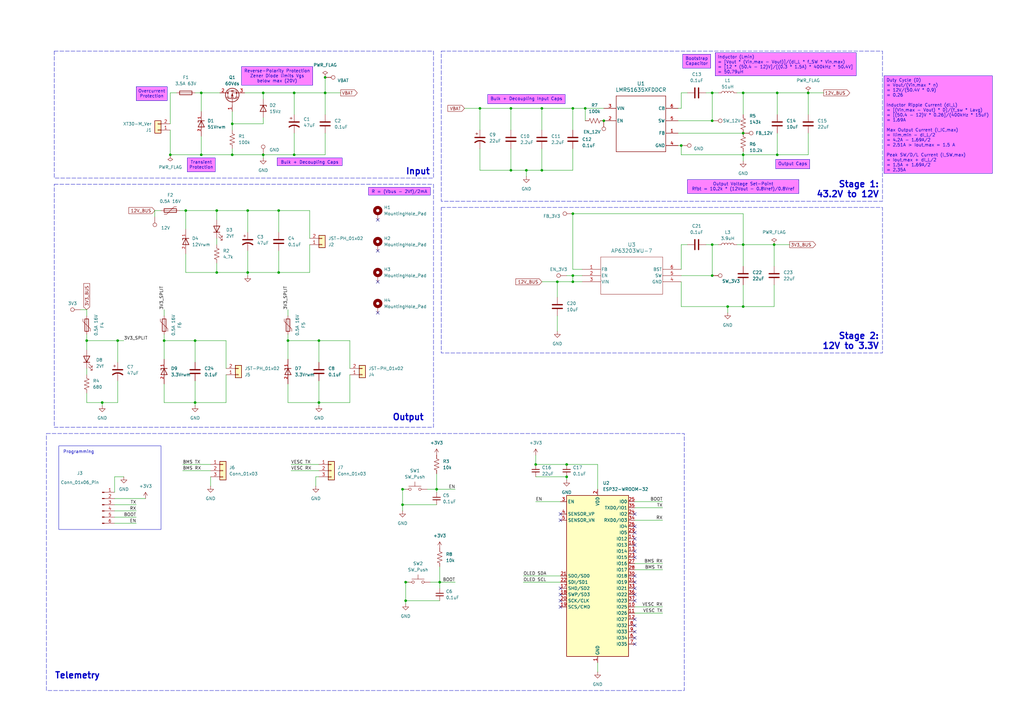
<source format=kicad_sch>
(kicad_sch (version 20250114) (generator "eeschema") (generator_version "9.0")
  (paper "A3")
  (title_block (title "Power Distribution Board - F25 Skateboard") (date "2025-10-05") (rev "v1") (company "Electrium Mobility") (comment 1 "Author: Leopoldo Mendoza"))
  (rectangle (start 180.975 85.09) (end 361.95 144.78) (stroke (width 0) (type dash)))
  (rectangle (start 180.975 20.955) (end 361.95 82.55) (stroke (width 0) (type dash)))
  (rectangle (start 24.13 182.88) (end 66.04 217.17))
  (rectangle (start 22.225 20.955) (end 177.8 73.025) (stroke (width 0) (type dash)))
  (rectangle (start 19.05 177.8) (end 280.67 283.21) (stroke (width 0) (type dash)))
  (rectangle (start 22.225 75.565) (end 177.8 175.26) (stroke (width 0) (type dash)))
  (text "Stage 2:\n12V to 3.3V" (at 360.68 143.51 0) (effects (font (size 2.54 2.54) (thickness 0.508) (bold yes)) (justify right bottom)))
  (text "Programming" (at 32.258 185.42 0) (effects (font (size 1.27 1.27))))
  (text "Stage 1:\n43.2V to 12V" (at 360.68 81.28 0) (effects (font (size 2.54 2.54) (thickness 0.508) (bold yes)) (justify right bottom)))
  (text "Output" (at 173.99 172.72 0) (effects (font (size 2.54 2.54) (thickness 0.508) (bold yes)) (justify right bottom)))
  (text "Input" (at 176.53 71.882 0) (effects (font (size 2.54 2.54) (thickness 0.508) (bold yes)) (justify right bottom)))
  (text "Telemetry" (at 41.148 278.638 0) (effects (font (size 2.54 2.54) (thickness 0.508) (bold yes)) (justify right bottom)))
  (text_box "Transient Protection" (at 76.835 64.77 0) (size 11.43 5.715) (margins 0.9525 0.9525 0.9525 0.9525) (fill (type color) (color 255 130 255 1)) (effects (font (size 1.27 1.27)) (justify top)))
  (text_box "Bootstrap Capacitor" (at 280.035 22.225 0) (size 11.43 5.715) (margins 0.9525 0.9525 0.9525 0.9525) (fill (type color) (color 255 130 255 1)) (effects (font (size 1.27 1.27)) (justify top)))
  (text_box "Output Caps" (at 318.135 65.405 0) (size 13.97 3.81) (margins 0.9525 0.9525 0.9525 0.9525) (fill (type color) (color 255 130 255 1)) (effects (font (size 1.27 1.27)) (justify top)))
  (text_box "Duty Cycle (D)\n= Vout/(Vin,max * n) \n= 12V/(50.4V * 0.9) \n= 0.26\n\nInductor Ripple Current (dI_L)\n= [(Vin,max - Vout) * D]/(f_sw * Lavg) \n= [(50.4 - 12)V * 0.26]/(400kHz * 15uF)   \n= 1.69A\n\nMax Output Current (I_IC,max)\n= Ilim,min - dI_L/2 \n= 4.2A - 1.69A/2 \n= 2.51A > Iout,max = 1.5 A\n\nPeak SW/D/L Current (I_SW,max)\n= Iout,max + dI_L/2 \n= 1.5A + 1.69A/2 \n= 2.35A" (at 362.585 31.115 0) (size 44.45 40.005) (margins 0.9525 0.9525 0.9525 0.9525) (fill (type color) (color 255 130 255 1)) (effects (font (size 1.27 1.27)) (justify left top)))
  (text_box "Bulk + Decoupling Caps" (at 113.665 64.77 0) (size 26.67 3.175) (margins 0.9525 0.9525 0.9525 0.9525) (fill (type color) (color 255 130 255 1)) (effects (font (size 1.27 1.27)) (justify top)))
  (text_box "Inductor (Lmin)\n= [Vout * (Vin,max - Vout)]/(dI_L * f_SW * Vin,max)\n= [12 * (50.4 - 12)V]/[(0.3 * 1.5A) * 400kHz * 50.4V]\n= 50.79uH" (at 293.37 21.59 0) (size 57.785 9.525) (margins 0.9525 0.9525 0.9525 0.9525) (fill (type color) (color 255 130 255 1)) (effects (font (size 1.27 1.27)) (justify left top)))
  (text_box "Bulk + Decoupling Input Caps" (at 200.025 38.735 0) (size 31.75 3.81) (margins 0.9525 0.9525 0.9525 0.9525) (fill (type color) (color 255 130 255 1)) (effects (font (size 1.27 1.27)) (justify top)))
  (text_box "Output Voltage Set-Point\nRfbt = 10.2k * (12Vout - 0.8Vref)/0.8Vref" (at 281.94 73.66 0) (size 45.72 5.715) (margins 0.9525 0.9525 0.9525 0.9525) (fill (type color) (color 255 130 255 1)) (effects (font (size 1.27 1.27)) (justify top)))
  (text_box "R = (Vbus - 2Vf)/2mA" (at 151.13 76.835 0) (size 25.4 3.175) (margins 0.9525 0.9525 0.9525 0.9525) (fill (type color) (color 255 130 255 1)) (effects (font (size 1.27 1.27)) (justify top)))
  (text_box "Overcurrent\nProtection" (at 55.88 35.56 0) (size 12.7 5.715) (margins 0.9525 0.9525 0.9525 0.9525) (fill (type color) (color 255 130 255 1)) (effects (font (size 1.27 1.27)) (justify top)))
  (text_box "Reverse-Polarity Protection\nZener Diode limits Vgs below max (20V)" (at 99.06 27.305 0) (size 29.21 7.62) (margins 0.9525 0.9525 0.9525 0.9525) (fill (type color) (color 255 130 255 1)) (effects (font (size 1.27 1.27)) (justify top)))
  (junction (at 95.25 63.5))
  (junction (at 209.55 69.85))
  (junction (at 114.3 111.76))
  (junction (at 292.1 38.1))
  (junction (at 35.56 139.7))
  (junction (at 234.95 113.03))
  (junction (at 88.9 86.36))
  (junction (at 80.01 139.7))
  (junction (at 232.41 195.58))
  (junction (at 130.81 139.7))
  (junction (at 196.85 44.45))
  (junction (at 88.9 111.76))
  (junction (at 222.25 69.85))
  (junction (at 240.03 44.45))
  (junction (at 304.8 125.73))
  (junction (at 234.95 44.45))
  (junction (at 232.41 190.5))
  (junction (at 228.6 115.57))
  (junction (at 165.1 200.66))
  (junction (at 120.65 38.1))
  (junction (at 67.31 139.7))
  (junction (at 133.35 38.1))
  (junction (at 215.9 69.85))
  (junction (at 292.1 113.03))
  (junction (at 318.77 63.5))
  (junction (at 165.1 207.01))
  (junction (at 222.25 44.45))
  (junction (at 298.45 125.73))
  (junction (at 41.91 165.1))
  (junction (at 304.8 54.61))
  (junction (at 209.55 44.45))
  (junction (at 219.71 190.5))
  (junction (at 107.95 38.1))
  (junction (at 304.8 100.33))
  (junction (at 101.6 86.36))
  (junction (at 82.55 38.1))
  (junction (at 179.07 200.66))
  (junction (at 118.11 139.7))
  (junction (at 95.25 50.8))
  (junction (at 69.85 63.5))
  (junction (at 120.65 63.5))
  (junction (at 331.47 38.1))
  (junction (at 234.95 115.57))
  (junction (at 107.95 63.5))
  (junction (at 304.8 63.5))
  (junction (at 234.95 87.63))
  (junction (at 279.4 59.69))
  (junction (at 318.77 38.1))
  (junction (at 292.1 49.53))
  (junction (at 166.37 246.38))
  (junction (at 133.35 31.75))
  (junction (at 317.5 100.33))
  (junction (at 114.3 86.36))
  (junction (at 130.81 165.1))
  (junction (at 304.8 38.1))
  (junction (at 80.01 165.1))
  (junction (at 166.37 238.76))
  (junction (at 180.34 238.76))
  (junction (at 247.65 49.53))
  (junction (at 76.2 86.36))
  (junction (at 48.26 139.7))
  (junction (at 82.55 63.5))
  (junction (at 292.1 100.33))
  (junction (at 101.6 111.76))
  (no_connect (at 229.87 213.36))
  (no_connect (at 260.35 238.76))
  (no_connect (at 260.35 254))
  (no_connect (at 260.35 241.3))
  (no_connect (at 260.35 223.52))
  (no_connect (at 229.87 210.82))
  (no_connect (at 260.35 264.16))
  (no_connect (at 260.35 220.98))
  (no_connect (at 260.35 236.22))
  (no_connect (at 154.94 115.57))
  (no_connect (at 260.35 259.08))
  (no_connect (at 260.35 256.54))
  (no_connect (at 154.94 102.87))
  (no_connect (at 229.87 241.3))
  (no_connect (at 229.87 248.92))
  (no_connect (at 154.94 90.17))
  (no_connect (at 229.87 246.38))
  (no_connect (at 260.35 243.84))
  (no_connect (at 154.94 128.27))
  (no_connect (at 229.87 243.84))
  (no_connect (at 260.35 210.82))
  (no_connect (at 260.35 228.6))
  (no_connect (at 260.35 261.62))
  (no_connect (at 260.35 246.38))
  (no_connect (at 260.35 226.06))
  (no_connect (at 260.35 218.44))
  (no_connect (at 260.35 215.9))
  (wire (pts (xy 35.56 127) (xy 33.02 127)))
  (wire (pts (xy 234.95 87.63) (xy 304.8 87.63)))
  (wire (pts (xy 234.95 115.57) (xy 238.76 115.57)))
  (wire (pts (xy 67.31 147.32) (xy 67.31 139.7)))
  (wire (pts (xy 302.26 38.1) (xy 304.8 38.1)))
  (wire (pts (xy 180.34 238.76) (xy 176.53 238.76)))
  (wire (pts (xy 72.39 38.1) (xy 69.85 38.1)))
  (wire (pts (xy 279.4 59.69) (xy 279.4 63.5)))
  (wire (pts (xy 292.1 38.1) (xy 292.1 49.53)))
  (wire (pts (xy 232.41 190.5) (xy 245.11 190.5)))
  (wire (pts (xy 82.55 55.88) (xy 82.55 63.5)))
  (wire (pts (xy 279.4 110.49) (xy 279.4 100.33)))
  (wire (pts (xy 80.01 165.1) (xy 92.71 165.1)))
  (wire (pts (xy 67.31 165.1) (xy 80.01 165.1)))
  (wire (pts (xy 234.95 110.49) (xy 234.95 87.63)))
  (wire (pts (xy 317.5 109.22) (xy 317.5 100.33)))
  (wire (pts (xy 46.99 212.09) (xy 55.88 212.09)))
  (wire (pts (xy 304.8 38.1) (xy 318.77 38.1)))
  (wire (pts (xy 180.34 232.41) (xy 180.34 238.76)))
  (wire (pts (xy 74.93 193.04) (xy 86.36 193.04)))
  (wire (pts (xy 88.9 97.79) (xy 88.9 100.33)))
  (wire (pts (xy 215.9 69.85) (xy 222.25 69.85)))
  (wire (pts (xy 130.81 156.21) (xy 130.81 165.1)))
  (wire (pts (xy 76.2 86.36) (xy 88.9 86.36)))
  (wire (pts (xy 76.2 104.14) (xy 76.2 111.76)))
  (wire (pts (xy 260.35 231.14) (xy 271.78 231.14)))
  (wire (pts (xy 119.38 193.04) (xy 130.81 193.04)))
  (wire (pts (xy 196.85 60.96) (xy 196.85 69.85)))
  (wire (pts (xy 107.95 38.1) (xy 107.95 40.64)))
  (wire (pts (xy 228.6 121.92) (xy 228.6 115.57)))
  (wire (pts (xy 260.35 248.92) (xy 271.78 248.92)))
  (wire (pts (xy 166.37 238.76) (xy 166.37 246.38)))
  (wire (pts (xy 130.81 165.1) (xy 130.81 166.37)))
  (wire (pts (xy 304.8 109.22) (xy 304.8 100.33)))
  (wire (pts (xy 318.77 54.61) (xy 318.77 63.5)))
  (wire (pts (xy 331.47 38.1) (xy 337.82 38.1)))
  (wire (pts (xy 240.03 44.45) (xy 247.65 44.45)))
  (wire (pts (xy 118.11 137.16) (xy 118.11 139.7)))
  (wire (pts (xy 73.66 86.36) (xy 76.2 86.36)))
  (wire (pts (xy 234.95 44.45) (xy 222.25 44.45)))
  (wire (pts (xy 165.1 200.66) (xy 166.37 200.66)))
  (wire (pts (xy 331.47 38.1) (xy 331.47 46.99)))
  (wire (pts (xy 80.01 38.1) (xy 82.55 38.1)))
  (wire (pts (xy 304.8 63.5) (xy 304.8 62.23)))
  (wire (pts (xy 292.1 49.53) (xy 278.13 49.53)))
  (wire (pts (xy 234.95 113.03) (xy 234.95 115.57)))
  (wire (pts (xy 80.01 165.1) (xy 80.01 166.37)))
  (wire (pts (xy 279.4 44.45) (xy 278.13 44.45)))
  (wire (pts (xy 80.01 139.7) (xy 92.71 139.7)))
  (wire (pts (xy 129.54 199.39) (xy 129.54 195.58)))
  (wire (pts (xy 222.25 60.96) (xy 222.25 69.85)))
  (wire (pts (xy 46.99 195.58) (xy 50.8 195.58)))
  (wire (pts (xy 219.71 186.69) (xy 219.71 190.5)))
  (wire (pts (xy 279.4 63.5) (xy 304.8 63.5)))
  (wire (pts (xy 41.91 165.1) (xy 41.91 166.37)))
  (wire (pts (xy 67.31 137.16) (xy 67.31 139.7)))
  (wire (pts (xy 196.85 44.45) (xy 196.85 53.34)))
  (wire (pts (xy 35.56 161.29) (xy 35.56 165.1)))
  (wire (pts (xy 127 100.33) (xy 127 111.76)))
  (wire (pts (xy 127 97.79) (xy 127 86.36)))
  (wire (pts (xy 82.55 38.1) (xy 90.17 38.1)))
  (wire (pts (xy 292.1 100.33) (xy 292.1 113.03)))
  (wire (pts (xy 119.38 190.5) (xy 130.81 190.5)))
  (wire (pts (xy 304.8 116.84) (xy 304.8 125.73)))
  (wire (pts (xy 114.3 86.36) (xy 114.3 95.25)))
  (wire (pts (xy 175.26 200.66) (xy 179.07 200.66)))
  (wire (pts (xy 35.56 139.7) (xy 35.56 143.51)))
  (wire (pts (xy 88.9 111.76) (xy 101.6 111.76)))
  (wire (pts (xy 215.9 69.85) (xy 215.9 72.39)))
  (wire (pts (xy 101.6 86.36) (xy 88.9 86.36)))
  (wire (pts (xy 278.13 59.69) (xy 279.4 59.69)))
  (wire (pts (xy 180.34 238.76) (xy 180.34 241.3)))
  (wire (pts (xy 317.5 125.73) (xy 317.5 116.84)))
  (wire (pts (xy 292.1 113.03) (xy 279.4 113.03)))
  (wire (pts (xy 234.95 69.85) (xy 234.95 60.96)))
  (wire (pts (xy 260.35 251.46) (xy 271.78 251.46)))
  (wire (pts (xy 245.11 190.5) (xy 245.11 200.66)))
  (wire (pts (xy 234.95 44.45) (xy 240.03 44.45)))
  (wire (pts (xy 92.71 153.67) (xy 92.71 165.1)))
  (wire (pts (xy 114.3 102.87) (xy 114.3 111.76)))
  (wire (pts (xy 46.99 209.55) (xy 55.88 209.55)))
  (wire (pts (xy 101.6 111.76) (xy 114.3 111.76)))
  (wire (pts (xy 302.26 100.33) (xy 304.8 100.33)))
  (wire (pts (xy 304.8 63.5) (xy 304.8 66.04)))
  (wire (pts (xy 133.35 54.61) (xy 133.35 63.5)))
  (wire (pts (xy 92.71 151.13) (xy 92.71 139.7)))
  (wire (pts (xy 179.07 200.66) (xy 186.69 200.66)))
  (wire (pts (xy 133.35 38.1) (xy 139.7 38.1)))
  (wire (pts (xy 232.41 113.03) (xy 234.95 113.03)))
  (wire (pts (xy 292.1 38.1) (xy 294.64 38.1)))
  (wire (pts (xy 63.5 86.36) (xy 66.04 86.36)))
  (wire (pts (xy 127 111.76) (xy 114.3 111.76)))
  (wire (pts (xy 67.31 127) (xy 67.31 129.54)))
  (wire (pts (xy 69.85 38.1) (xy 69.85 50.8)))
  (wire (pts (xy 318.77 38.1) (xy 318.77 46.99)))
  (wire (pts (xy 133.35 38.1) (xy 133.35 46.99)))
  (wire (pts (xy 289.56 100.33) (xy 292.1 100.33)))
  (wire (pts (xy 298.45 125.73) (xy 304.8 125.73)))
  (wire (pts (xy 120.65 63.5) (xy 133.35 63.5)))
  (wire (pts (xy 118.11 127) (xy 118.11 129.54)))
  (wire (pts (xy 260.35 233.68) (xy 271.78 233.68)))
  (wire (pts (xy 228.6 129.54) (xy 228.6 135.89)))
  (wire (pts (xy 209.55 44.45) (xy 196.85 44.45)))
  (wire (pts (xy 114.3 86.36) (xy 101.6 86.36)))
  (wire (pts (xy 238.76 113.03) (xy 234.95 113.03)))
  (wire (pts (xy 82.55 38.1) (xy 82.55 45.72)))
  (wire (pts (xy 80.01 139.7) (xy 80.01 148.59)))
  (wire (pts (xy 222.25 44.45) (xy 222.25 53.34)))
  (wire (pts (xy 238.76 110.49) (xy 234.95 110.49)))
  (wire (pts (xy 46.99 214.63) (xy 55.88 214.63)))
  (wire (pts (xy 67.31 139.7) (xy 80.01 139.7)))
  (wire (pts (xy 118.11 139.7) (xy 130.81 139.7)))
  (wire (pts (xy 76.2 111.76) (xy 88.9 111.76)))
  (wire (pts (xy 41.91 165.1) (xy 48.26 165.1)))
  (wire (pts (xy 107.95 50.8) (xy 95.25 50.8)))
  (wire (pts (xy 209.55 69.85) (xy 215.9 69.85)))
  (wire (pts (xy 279.4 125.73) (xy 298.45 125.73)))
  (wire (pts (xy 179.07 200.66) (xy 179.07 201.93)))
  (wire (pts (xy 101.6 102.87) (xy 101.6 111.76)))
  (wire (pts (xy 46.99 201.93) (xy 46.99 195.58)))
  (wire (pts (xy 304.8 125.73) (xy 317.5 125.73)))
  (wire (pts (xy 245.11 271.78) (xy 245.11 275.59)))
  (wire (pts (xy 46.99 207.01) (xy 55.88 207.01)))
  (wire (pts (xy 196.85 69.85) (xy 209.55 69.85)))
  (wire (pts (xy 118.11 147.32) (xy 118.11 139.7)))
  (wire (pts (xy 130.81 139.7) (xy 130.81 148.59)))
  (wire (pts (xy 209.55 44.45) (xy 209.55 53.34)))
  (wire (pts (xy 67.31 157.48) (xy 67.31 165.1)))
  (wire (pts (xy 74.93 190.5) (xy 86.36 190.5)))
  (wire (pts (xy 222.25 115.57) (xy 228.6 115.57)))
  (wire (pts (xy 219.71 205.74) (xy 229.87 205.74)))
  (wire (pts (xy 260.35 205.74) (xy 271.78 205.74)))
  (wire (pts (xy 222.25 44.45) (xy 209.55 44.45)))
  (wire (pts (xy 120.65 38.1) (xy 120.65 46.99)))
  (wire (pts (xy 165.1 207.01) (xy 165.1 200.66)))
  (wire (pts (xy 48.26 156.21) (xy 48.26 165.1)))
  (wire (pts (xy 130.81 139.7) (xy 143.51 139.7)))
  (wire (pts (xy 129.54 195.58) (xy 130.81 195.58)))
  (wire (pts (xy 95.25 45.72) (xy 95.25 50.8)))
  (wire (pts (xy 234.95 44.45) (xy 234.95 53.34)))
  (wire (pts (xy 95.25 63.5) (xy 107.95 63.5)))
  (wire (pts (xy 69.85 53.34) (xy 69.85 63.5)))
  (wire (pts (xy 279.4 100.33) (xy 281.94 100.33)))
  (wire (pts (xy 143.51 153.67) (xy 143.51 165.1)))
  (wire (pts (xy 101.6 86.36) (xy 101.6 95.25)))
  (wire (pts (xy 127 86.36) (xy 114.3 86.36)))
  (wire (pts (xy 107.95 63.5) (xy 120.65 63.5)))
  (wire (pts (xy 82.55 63.5) (xy 95.25 63.5)))
  (wire (pts (xy 118.11 165.1) (xy 130.81 165.1)))
  (wire (pts (xy 107.95 64.77) (xy 107.95 63.5)))
  (wire (pts (xy 69.85 63.5) (xy 82.55 63.5)))
  (wire (pts (xy 209.55 60.96) (xy 209.55 69.85)))
  (wire (pts (xy 222.25 69.85) (xy 234.95 69.85)))
  (wire (pts (xy 88.9 107.95) (xy 88.9 111.76)))
  (wire (pts (xy 48.26 139.7) (xy 50.8 139.7)))
  (wire (pts (xy 166.37 246.38) (xy 166.37 247.65)))
  (wire (pts (xy 219.71 195.58) (xy 232.41 195.58)))
  (wire (pts (xy 35.56 127) (xy 35.56 129.54)))
  (wire (pts (xy 304.8 38.1) (xy 304.8 46.99)))
  (wire (pts (xy 234.95 115.57) (xy 228.6 115.57)))
  (wire (pts (xy 298.45 125.73) (xy 298.45 128.27)))
  (wire (pts (xy 279.4 115.57) (xy 279.4 125.73)))
  (wire (pts (xy 260.35 213.36) (xy 271.78 213.36)))
  (wire (pts (xy 143.51 165.1) (xy 130.81 165.1)))
  (wire (pts (xy 63.5 86.36) (xy 63.5 88.9)))
  (wire (pts (xy 166.37 238.76) (xy 167.64 238.76)))
  (wire (pts (xy 95.25 50.8) (xy 95.25 53.34)))
  (wire (pts (xy 35.56 139.7) (xy 48.26 139.7)))
  (wire (pts (xy 88.9 86.36) (xy 88.9 90.17)))
  (wire (pts (xy 35.56 137.16) (xy 35.56 139.7)))
  (wire (pts (xy 180.34 238.76) (xy 186.69 238.76)))
  (wire (pts (xy 304.8 87.63) (xy 304.8 100.33)))
  (wire (pts (xy 118.11 157.48) (xy 118.11 165.1)))
  (wire (pts (xy 318.77 63.5) (xy 331.47 63.5)))
  (wire (pts (xy 304.8 63.5) (xy 318.77 63.5)))
  (wire (pts (xy 86.36 199.39) (xy 86.36 195.58)))
  (wire (pts (xy 292.1 100.33) (xy 294.64 100.33)))
  (wire (pts (xy 179.07 194.31) (xy 179.07 200.66)))
  (wire (pts (xy 214.63 238.76) (xy 229.87 238.76)))
  (wire (pts (xy 107.95 48.26) (xy 107.95 50.8)))
  (wire (pts (xy 317.5 100.33) (xy 323.85 100.33)))
  (wire (pts (xy 101.6 111.76) (xy 101.6 113.03)))
  (wire (pts (xy 120.65 54.61) (xy 120.65 63.5)))
  (wire (pts (xy 289.56 38.1) (xy 292.1 38.1)))
  (wire (pts (xy 80.01 156.21) (xy 80.01 165.1)))
  (wire (pts (xy 304.8 100.33) (xy 317.5 100.33)))
  (wire (pts (xy 48.26 139.7) (xy 48.26 148.59)))
  (wire (pts (xy 214.63 236.22) (xy 229.87 236.22)))
  (wire (pts (xy 107.95 38.1) (xy 120.65 38.1)))
  (wire (pts (xy 35.56 165.1) (xy 41.91 165.1)))
  (wire (pts (xy 219.71 190.5) (xy 232.41 190.5)))
  (wire (pts (xy 166.37 246.38) (xy 180.34 246.38)))
  (wire (pts (xy 95.25 60.96) (xy 95.25 63.5)))
  (wire (pts (xy 120.65 38.1) (xy 133.35 38.1)))
  (wire (pts (xy 133.35 31.75) (xy 133.35 38.1)))
  (wire (pts (xy 76.2 93.98) (xy 76.2 86.36)))
  (wire (pts (xy 260.35 208.28) (xy 271.78 208.28)))
  (wire (pts (xy 278.13 54.61) (xy 304.8 54.61)))
  (wire (pts (xy 179.07 207.01) (xy 165.1 207.01)))
  (wire (pts (xy 100.33 38.1) (xy 107.95 38.1)))
  (wire (pts (xy 318.77 38.1) (xy 331.47 38.1)))
  (wire (pts (xy 35.56 151.13) (xy 35.56 153.67)))
  (wire (pts (xy 46.99 204.47) (xy 59.69 204.47)))
  (wire (pts (xy 190.5 44.45) (xy 196.85 44.45)))
  (wire (pts (xy 279.4 38.1) (xy 281.94 38.1)))
  (wire (pts (xy 232.41 195.58) (xy 232.41 196.85)))
  (wire (pts (xy 331.47 54.61) (xy 331.47 63.5)))
  (wire (pts (xy 165.1 207.01) (xy 165.1 209.55)))
  (wire (pts (xy 143.51 151.13) (xy 143.51 139.7)))
  (wire (pts (xy 279.4 38.1) (xy 279.4 44.45)))
  (wire (pts (xy 240.03 44.45) (xy 240.03 49.53)))
  (label "BOOT" (at 271.78 205.74 180))
  (label "OLED SCL" (at 214.63 238.76 0))
  (label "BMS TX" (at 74.93 190.5 0))
  (label "BMS TX" (at 271.78 233.68 180))
  (label "RX" (at 55.88 209.55 180))
  (label "VESC RX" (at 119.38 193.04 0))
  (label "OLED SDA" (at 214.63 236.22 0))
  (label "3V3_SPLIT" (at 67.31 127 90))
  (label "BMS RX" (at 74.93 193.04 0))
  (label "TX" (at 55.88 207.01 180))
  (label "VESC RX" (at 271.78 248.92 180))
  (label "BMS RX" (at 271.78 231.14 180))
  (label "VESC TX" (at 119.38 190.5 0))
  (label "VESC TX" (at 271.78 251.46 180))
  (label "TX" (at 271.78 208.28 180))
  (label "3V3_SPLIT" (at 50.8 139.7 0))
  (label "3V3_SPLIT" (at 118.11 127 90))
  (label "RX" (at 271.78 213.36 180))
  (label "BOOT" (at 55.88 212.09 180))
  (label "EN" (at 219.71 205.74 0))
  (label "BOOT" (at 186.69 238.76 180))
  (label "EN" (at 55.88 214.63 180))
  (label "EN" (at 186.69 200.66 180))
  (global_label "12V_BUS" (shape output) (at 337.82 38.1 0) (property "Intersheetrefs" "${INTERSHEET_REFS}" (effects (hide yes))))
  (global_label "3V3_BUS" (shape input) (at 35.56 127 90) (property "Intersheetrefs" "${INTERSHEET_REFS}" (effects (hide yes))))
  (global_label "12V_BUS" (shape input) (at 63.5 86.36 180) (property "Intersheetrefs" "${INTERSHEET_REFS}" (effects (hide yes))))
  (global_label "3V3_BUS" (shape output) (at 323.85 100.33 0) (property "Intersheetrefs" "${INTERSHEET_REFS}" (effects (hide yes))))
  (global_label "VBAT" (shape output) (at 139.7 38.1 0) (property "Intersheetrefs" "${INTERSHEET_REFS}" (effects (hide yes))))
  (global_label "VBAT" (shape input) (at 190.5 44.45 180) (property "Intersheetrefs" "${INTERSHEET_REFS}" (effects (hide yes))))
  (global_label "12V_BUS" (shape input) (at 222.25 115.57 180) (property "Intersheetrefs" "${INTERSHEET_REFS}" (effects (hide yes))))
  (symbol (lib_id "Connector_Generic:Conn_01x02") (at 64.77 53.34 180) (unit 1)
    (property "Reference" "J1" (at 62.23 53.3401 0) (effects (justify left)))
    (property "Value" "XT30-M_Ver" (at 62.23 50.8001 0) (effects (justify left)))
    (property "Footprint" "Connector_AMASS:AMASS_XT30UPB-M_1x02_P5.0mm_Vertical" (effects (hide yes)))
    (property "Description" "Generic connector, single row, 01x02, script generated (kicad-library-utils/schlib/autogen/connector/)" (effects (hide yes)))
  )
  (symbol (lib_id "Connector_Generic:Conn_01x02") (at 132.08 100.33 0) (mirror x) (unit 1)
    (property "Reference" "J2" (at 134.62 100.3301 0) (effects (justify left)))
    (property "Value" "JST-PH_01x02" (at 134.62 97.7901 0) (effects (justify left)))
    (property "Footprint" "Connector_JST:JST_PH_S2B-PH-K_1x02_P2.00mm_Horizontal" (effects (hide yes)))
    (property "Description" "Generic connector, single row, 01x02, script generated (kicad-library-utils/schlib/autogen/connector/)" (effects (hide yes)))
  )
  (symbol (lib_id "Device:C_Polarized_US") (at 101.6 99.06 0) (unit 1)
    (property "Reference" "C3" (at 105.41 97.1549 0) (effects (justify left)))
    (property "Value" "47uF" (at 105.41 99.6949 0) (effects (justify left)))
    (property "Footprint" "Capacitor_SMD:CP_Elec_8x10" (effects (hide yes)))
    (property "Description" "Polarized capacitor, US symbol" (effects (hide yes)))
  )
  (symbol (lib_id "Connector:TestPoint") (at 292.1 49.53 270) (unit 1)
    (property "Reference" "SW_12V1" (effects (hide yes)))
    (property "Value" "SW_12V" (at 296.418 49.53 90) (effects (justify left)))
    (property "Footprint" "test_point_custom:TestPoint_Pad_D1.0mm" (effects (hide yes)))
    (property "Description" "test point" (effects (hide yes)))
  )
  (symbol (lib_id "power:PWR_FLAG") (at 331.47 38.1 0) (unit 1)
    (property "Reference" "#FLG04" (effects (hide yes)))
    (property "Value" "PWR_FLAG" (at 331.47 33.02 0))
    (property "Description" "Special symbol for telling ERC where power comes from" (effects (hide yes)))
  )
  (symbol (lib_id "Switch:SW_Push") (at 171.45 238.76 0) (unit 1)
    (property "Reference" "SW2" (at 171.45 231.14 0))
    (property "Value" "SW_Push" (at 171.45 233.68 0))
    (property "Description" "Push button switch, generic, two pins" (effects (hide yes)))
  )
  (symbol (lib_id "RF_Module:ESP32-WROOM-32") (at 245.11 236.22 0) (unit 1)
    (property "Reference" "U2" (at 247.2533 198.12 0) (effects (justify left)))
    (property "Value" "ESP32-WROOM-32" (at 247.2533 200.66 0) (effects (justify left)))
    (property "Footprint" "RF_Module:ESP32-WROOM-32" (effects (hide yes)))
    (property "Datasheet" "https://www.espressif.com/sites/default/files/documentation/esp32-wroom-32_datasheet_en.pdf" (effects (hide yes)))
    (property "Description" "RF Module, ESP32-D0WDQ6 SoC, Wi-Fi 802.11b/g/n, Bluetooth, BLE, 32-bit, 2.7-3.6V, onboard antenna, SMD" (effects (hide yes)))
  )
  (symbol (lib_id "Device:C_Small") (at 180.34 243.84 0) (unit 1)
    (property "Reference" "C6" (at 182.88 242.5762 0) (effects (justify left)))
    (property "Value" "0.1uF" (at 182.88 245.1162 0) (effects (justify left)))
    (property "Description" "Unpolarized capacitor, small symbol" (effects (hide yes)))
  )
  (symbol (lib_id "Device:C") (at 317.5 113.03 0) (unit 1)
    (property "Reference" "C23" (at 321.31 111.7599 0) (effects (justify left)))
    (property "Value" "22uF" (at 321.31 114.2999 0) (effects (justify left)))
    (property "Footprint" "Capacitor_SMD:C_1210_3225Metric_Pad1.33x2.70mm_HandSolder" (effects (hide yes)))
    (property "Description" "Unpolarized capacitor" (effects (hide yes)))
  )
  (symbol (lib_id "Device:C") (at 80.01 152.4 0) (unit 1)
    (property "Reference" "C24" (at 83.82 151.1299 0) (effects (justify left)))
    (property "Value" "0.1uF" (at 83.82 153.6699 0) (effects (justify left)))
    (property "Footprint" "Capacitor_SMD:C_0603_1608Metric_Pad1.08x0.95mm_HandSolder" (effects (hide yes)))
    (property "Description" "Unpolarized capacitor" (effects (hide yes)))
  )
  (symbol (lib_id "Device:C_Polarized_US") (at 48.26 152.4 0) (unit 1)
    (property "Reference" "C7" (at 52.07 150.4949 0) (effects (justify left)))
    (property "Value" "47uF" (at 52.07 153.0349 0) (effects (justify left)))
    (property "Footprint" "Capacitor_SMD:CP_Elec_5x5.3" (effects (hide yes)))
    (property "Description" "Polarized capacitor, US symbol" (effects (hide yes)))
  )
  (symbol (lib_id "power:GND") (at 129.54 199.39 0) (unit 1)
    (property "Reference" "#PWR013" (effects (hide yes)))
    (property "Value" "GND" (at 129.54 204.47 0))
    (property "Description" "Power symbol creates a global label with name \"GND\" , ground" (effects (hide yes)))
  )
  (symbol (lib_id "Device:R_US") (at 180.34 228.6 0) (unit 1)
    (property "Reference" "R8" (at 182.88 227.3299 0) (effects (justify left)))
    (property "Value" "10k" (at 182.88 229.8699 0) (effects (justify left)))
    (property "Footprint" "Resistor_SMD:R_0805_2012Metric" (effects (hide yes)))
    (property "Description" "Resistor, US symbol" (effects (hide yes)))
  )
  (symbol (lib_id "Device:C") (at 222.25 57.15 0) (unit 1)
    (property "Reference" "C11" (at 226.06 55.8799 0) (effects (justify left)))
    (property "Value" "2.2uF" (at 226.06 58.4199 0) (effects (justify left)))
    (property "Footprint" "Capacitor_SMD:C_1210_3225Metric_Pad1.33x2.70mm_HandSolder" (effects (hide yes)))
    (property "Description" "Unpolarized capacitor" (effects (hide yes)))
  )
  (symbol (lib_id "Connector_Generic:Conn_01x02") (at 97.79 153.67 0) (mirror x) (unit 1)
    (property "Reference" "J5" (at 100.33 153.6701 0) (effects (justify left)))
    (property "Value" "JST-PH_01x02" (at 100.33 151.1301 0) (effects (justify left)))
    (property "Footprint" "Connector_JST:JST_PH_S2B-PH-K_1x02_P2.00mm_Horizontal" (effects (hide yes)))
    (property "Description" "Generic connector, single row, 01x02, script generated (kicad-library-utils/schlib/autogen/connector/)" (effects (hide yes)))
  )
  (symbol (lib_id "power:GND") (at 232.41 196.85 0) (unit 1)
    (property "Reference" "#PWR019" (effects (hide yes)))
    (property "Value" "GND" (at 232.41 201.93 0))
    (property "Description" "Power symbol creates a global label with name \"GND\" , ground" (effects (hide yes)))
  )
  (symbol (lib_id "Connector:TestPoint") (at 133.35 31.75 270) (unit 1)
    (property "Reference" "VBAT1" (effects (hide yes)))
    (property "Value" "VBAT" (at 138.43 33.0199 90) (effects (justify left)))
    (property "Footprint" "test_point_custom:TestPoint_Pad_D1.0mm" (effects (hide yes)))
    (property "Description" "test point" (effects (hide yes)))
  )
  (symbol (lib_id "Device:C") (at 114.3 99.06 0) (unit 1)
    (property "Reference" "C4" (at 118.11 97.7899 0) (effects (justify left)))
    (property "Value" "0.1uF" (at 118.11 100.3299 0) (effects (justify left)))
    (property "Footprint" "Capacitor_SMD:C_0603_1608Metric_Pad1.08x0.95mm_HandSolder" (effects (hide yes)))
    (property "Description" "Unpolarized capacitor" (effects (hide yes)))
  )
  (symbol (lib_id "power:+3V3") (at 180.34 224.79 0) (unit 1)
    (property "Reference" "#PWR017" (effects (hide yes)))
    (property "Value" "+3V3" (at 180.34 219.71 0))
    (property "Description" "Power symbol creates a global label with name \"+3V3\"" (effects (hide yes)))
  )
  (symbol (lib_id "Device:R_US") (at 243.84 49.53 270) (unit 1)
    (property "Reference" "R7" (at 243.84 43.18 90))
    (property "Value" "100k" (at 243.84 45.72 90))
    (property "Footprint" "Resistor_SMD:R_0603_1608Metric_Pad0.98x0.95mm_HandSolder" (effects (hide yes)))
    (property "Description" "Resistor, US symbol" (effects (hide yes)))
  )
  (symbol (lib_id "Connector:TestPoint") (at 232.41 113.03 90) (unit 1)
    (property "Reference" "EN_3V3" (effects (hide yes)))
    (property "Value" "EN_3V3" (at 229.108 110.49 90))
    (property "Footprint" "test_point_custom:TestPoint_Pad_D1.0mm" (effects (hide yes)))
    (property "Description" "test point" (effects (hide yes)))
  )
  (symbol (lib_id "SMBJ51A-13-F:SMBJ51A-13-F") (at 118.11 152.4 270) (unit 1)
    (property "Reference" "D7" (at 120.904 151.13 90) (effects (justify left)))
    (property "Value" "3.3Vrwm" (at 120.904 153.67 90) (effects (justify left)))
    (property "Footprint" "ESD5Z5.0T1G:SOD-523_0P9X1P3_ONS" (effects (hide yes)))
  )
  (symbol (lib_id "Connector_Generic:Conn_01x03") (at 91.44 193.04 0) (unit 1)
    (property "Reference" "J6" (at 93.98 191.7699 0) (effects (justify left)))
    (property "Value" "Conn_01x03" (at 93.98 194.3099 0) (effects (justify left)))
    (property "Description" "Generic connector, single row, 01x03, script generated (kicad-library-utils/schlib/autogen/connector/)" (effects (hide yes)))
  )
  (symbol (lib_id "Device:C") (at 234.95 57.15 0) (unit 1)
    (property "Reference" "C12" (at 238.76 57.15 0) (effects (justify left)))
    (property "Value" "0.1uF" (at 238.76 59.69 0) (effects (justify left)))
    (property "Footprint" "Capacitor_SMD:C_0603_1608Metric_Pad1.08x0.95mm_HandSolder" (effects (hide yes)))
    (property "Description" "Unpolarized capacitor" (effects (hide yes)))
  )
  (symbol (lib_id "Mechanical:MountingHole_Pad") (at 154.94 100.33 0) (unit 1) (in_bom no)
    (property "Reference" "H2" (at 157.48 97.7899 0) (effects (justify left)))
    (property "Value" "MountingHole_Pad" (at 157.48 100.3299 0) (effects (justify left)))
    (property "Footprint" "MountingHole:MountingHole_2.5mm_Pad_Via" (effects (hide yes)))
  )
  (symbol (lib_id "power:GND") (at 130.81 166.37 0) (unit 1)
    (property "Reference" "#PWR012" (effects (hide yes)))
    (property "Value" "GND" (at 130.81 171.45 0))
    (property "Description" "Power symbol creates a global label with name \"GND\" , ground" (effects (hide yes)))
  )
  (symbol (lib_id "Device:C") (at 228.6 125.73 0) (unit 1)
    (property "Reference" "C20" (at 232.41 124.4599 0) (effects (justify left)))
    (property "Value" "10uF" (at 232.41 126.9999 0) (effects (justify left)))
    (property "Footprint" "Capacitor_SMD:C_1206_3216Metric_Pad1.33x1.80mm_HandSolder" (effects (hide yes)))
    (property "Description" "Unpolarized capacitor" (effects (hide yes)))
  )
  (symbol (lib_id "power:PWR_FLAG") (at 69.85 63.5 180) (unit 1)
    (property "Reference" "#FLG05" (effects (hide yes)))
    (property "Value" "PWR_FLAG" (at 69.85 68.58 0))
    (property "Description" "Special symbol for telling ERC where power comes from" (effects (hide yes)))
  )
  (symbol (lib_id "Device:C_Small") (at 232.41 193.04 0) (unit 1)
    (property "Reference" "C17" (at 234.95 191.7762 0) (effects (justify left)))
    (property "Value" "0.1uF" (at 234.95 194.3162 0) (effects (justify left)))
    (property "Description" "Unpolarized capacitor, small symbol" (effects (hide yes)))
  )
  (symbol (lib_id "Connector:TestPoint") (at 63.5 88.9 180) (unit 1)
    (property "Reference" "12V1" (effects (hide yes)))
    (property "Value" "12V" (at 66.04 93.4719 0) (effects (justify right)))
    (property "Footprint" "test_point_custom:TestPoint_Pad_D1.0mm" (effects (hide yes)))
    (property "Description" "test point" (effects (hide yes)))
  )
  (symbol (lib_id "SMBJ51A-13-F:SMBJ51A-13-F") (at 67.31 152.4 270) (unit 1)
    (property "Reference" "D9" (at 70.104 151.13 90) (effects (justify left)))
    (property "Value" "3.3Vrwm" (at 70.104 153.67 90) (effects (justify left)))
    (property "Footprint" "ESD5Z5.0T1G:SOD-523_0P9X1P3_ONS" (effects (hide yes)))
  )
  (symbol (lib_id "LMR51635XFDDCR:LMR51635XFDDCR") (at 247.65 44.45 0) (unit 1)
    (property "Reference" "U1" (at 262.89 34.29 0) (effects (font (size 1.524 1.524))))
    (property "Value" "LMR51635XFDDCR" (at 262.89 36.83 0) (effects (font (size 1.524 1.524))))
    (property "Footprint" "LMR51635XFDDCR:DDC0006A-MFG" (effects (hide yes)))
    (property "Datasheet" "https://www.ti.com/lit/gpn/lmr51635" (effects (hide yes)))
  )
  (symbol (lib_id "power:GND") (at 41.91 166.37 0) (unit 1)
    (property "Reference" "#PWR011" (effects (hide yes)))
    (property "Value" "GND" (at 41.91 171.45 0))
    (property "Description" "Power symbol creates a global label with name \"GND\" , ground" (effects (hide yes)))
  )
  (symbol (lib_id "Device:Fuse") (at 76.2 38.1 90) (unit 1)
    (property "Reference" "F1" (at 76.2 31.75 90))
    (property "Value" "3.5A 63V" (at 76.2 34.29 90))
    (property "Footprint" "0685T3500-01:C1_BEL" (effects (hide yes)))
    (property "Description" "Fuse" (effects (hide yes)))
  )
  (symbol (lib_id "SMBJ51A-13-F:SMBJ51A-13-F") (at 76.2 99.06 270) (unit 1)
    (property "Reference" "D4" (at 78.74 97.79 90) (effects (justify left)))
    (property "Value" "12Vrwm" (at 78.74 100.33 90) (effects (justify left)))
    (property "Footprint" "ESD5Z12T1G:SOD-523_0P9X1P3_ONS" (effects (hide yes)))
  )
  (symbol (lib_id "Mechanical:MountingHole_Pad") (at 154.94 113.03 0) (unit 1) (in_bom no)
    (property "Reference" "H3" (at 157.48 110.4899 0) (effects (justify left)))
    (property "Value" "MountingHole_Pad" (at 157.48 113.0299 0) (effects (justify left)))
    (property "Footprint" "MountingHole:MountingHole_2.5mm_Pad_Via" (effects (hide yes)))
  )
  (symbol (lib_id "Device:Polyfuse") (at 35.56 133.35 180) (unit 1)
    (property "Reference" "F4" (at 41.91 133.35 90))
    (property "Value" "0.5A 16V" (at 39.37 133.35 90))
    (property "Footprint" "0ZCH0050FF2G:0ZCH_BEL" (effects (hide yes)))
    (property "Description" "Resettable fuse, polymeric positive temperature coefficient" (effects (hide yes)))
  )
  (symbol (lib_id "Device:LED") (at 88.9 93.98 90) (unit 1)
    (property "Reference" "D3" (at 92.71 94.2974 90) (effects (justify right)))
    (property "Value" "2Vf" (at 92.71 96.8374 90) (effects (justify right)))
    (property "Footprint" "LED_SMD:LED_0805_2012Metric_Pad1.15x1.40mm_HandSolder" (effects (hide yes)))
    (property "Description" "Light emitting diode" (effects (hide yes)))
    (property "Sim.Pins" "1=K 2=A" (effects (hide yes)))
  )
  (symbol (lib_id "Connector:TestPoint") (at 234.95 87.63 90) (unit 1)
    (property "Reference" "FB_3V3" (effects (hide yes)))
    (property "Value" "FB_3V3" (at 226.314 88.646 90))
    (property "Footprint" "test_point_custom:TestPoint_Pad_D1.0mm" (effects (hide yes)))
    (property "Description" "test point" (effects (hide yes)))
  )
  (symbol (lib_id "Device:C") (at 209.55 57.15 0) (unit 1)
    (property "Reference" "C10" (at 213.36 55.8799 0) (effects (justify left)))
    (property "Value" "2.2uF" (at 213.36 58.4199 0) (effects (justify left)))
    (property "Footprint" "Capacitor_SMD:C_1210_3225Metric_Pad1.33x2.70mm_HandSolder" (effects (hide yes)))
    (property "Description" "Unpolarized capacitor" (effects (hide yes)))
  )
  (symbol (lib_id "Connector_Generic:Conn_01x02") (at 148.59 153.67 0) (mirror x) (unit 1)
    (property "Reference" "J4" (at 151.13 153.6701 0) (effects (justify left)))
    (property "Value" "JST-PH_01x02" (at 151.13 151.1301 0) (effects (justify left)))
    (property "Footprint" "Connector_JST:JST_PH_S2B-PH-K_1x02_P2.00mm_Horizontal" (effects (hide yes)))
    (property "Description" "Generic connector, single row, 01x02, script generated (kicad-library-utils/schlib/autogen/connector/)" (effects (hide yes)))
  )
  (symbol (lib_id "Device:C") (at 285.75 100.33 90) (unit 1)
    (property "Reference" "C21" (at 285.75 92.71 90))
    (property "Value" "0.1uF" (at 285.75 95.25 90))
    (property "Footprint" "Capacitor_SMD:C_0603_1608Metric_Pad1.08x0.95mm_HandSolder" (effects (hide yes)))
    (property "Description" "Unpolarized capacitor" (effects (hide yes)))
  )
  (symbol (lib_id "Device:Polyfuse") (at 69.85 86.36 270) (unit 1)
    (property "Reference" "F2" (at 69.85 80.01 90))
    (property "Value" "0.5A 16V" (at 69.85 82.55 90))
    (property "Footprint" "0ZCH0050FF2G:0ZCH_BEL" (effects (hide yes)))
    (property "Description" "Resettable fuse, polymeric positive temperature coefficient" (effects (hide yes)))
  )
  (symbol (lib_id "Device:C") (at 331.47 50.8 0) (unit 1)
    (property "Reference" "C15" (at 335.28 49.5299 0) (effects (justify left)))
    (property "Value" "22uF" (at 335.28 52.0699 0) (effects (justify left)))
    (property "Footprint" "Capacitor_SMD:C_1210_3225Metric_Pad1.33x2.70mm_HandSolder" (effects (hide yes)))
    (property "Description" "Unpolarized capacitor" (effects (hide yes)))
  )
  (symbol (lib_id "power:PWR_FLAG") (at 133.35 31.75 0) (unit 1)
    (property "Reference" "#FLG01" (effects (hide yes)))
    (property "Value" "PWR_FLAG" (at 133.35 26.67 0))
    (property "Description" "Special symbol for telling ERC where power comes from" (effects (hide yes)))
  )
  (symbol (lib_id "AP63203WU-7:AP63203WU-7") (at 238.76 110.49 0) (unit 1)
    (property "Reference" "U3" (at 259.08 100.33 0) (effects (font (size 1.524 1.524))))
    (property "Value" "AP63203WU-7" (at 259.08 102.87 0) (effects (font (size 1.524 1.524))))
    (property "Footprint" "AP63203WU-7:AP63203WU-7_DIO" (effects (hide yes)))
    (property "Datasheet" "AP63203WU-7" (effects (hide yes)))
  )
  (symbol (lib_id "Device:C") (at 304.8 113.03 0) (unit 1)
    (property "Reference" "C22" (at 308.61 111.7599 0) (effects (justify left)))
    (property "Value" "22uF" (at 308.61 114.2999 0) (effects (justify left)))
    (property "Footprint" "Capacitor_SMD:C_1210_3225Metric_Pad1.33x2.70mm_HandSolder" (effects (hide yes)))
    (property "Description" "Unpolarized capacitor" (effects (hide yes)))
  )
  (symbol (lib_id "Device:L") (at 298.45 100.33 90) (unit 1)
    (property "Reference" "L3" (at 298.45 95.25 90))
    (property "Value" "3.9uH" (at 298.45 97.79 90))
    (property "Footprint" "74404052039:IND_WE-LQS_5020_WRE" (effects (hide yes)))
    (property "Description" "Inductor" (effects (hide yes)))
  )
  (symbol (lib_id "power:GND") (at 101.6 113.03 0) (unit 1)
    (property "Reference" "#PWR02" (effects (hide yes)))
    (property "Value" "GND" (effects (hide yes)))
    (property "Description" "Power symbol creates a global label with name \"GND\" , ground" (effects (hide yes)))
  )
  (symbol (lib_id "Device:C") (at 130.81 152.4 0) (unit 1)
    (property "Reference" "C8" (at 134.62 151.1299 0) (effects (justify left)))
    (property "Value" "0.1uF" (at 134.62 153.6699 0) (effects (justify left)))
    (property "Footprint" "Capacitor_SMD:C_0603_1608Metric_Pad1.08x0.95mm_HandSolder" (effects (hide yes)))
    (property "Description" "Unpolarized capacitor" (effects (hide yes)))
  )
  (symbol (lib_id "Device:C") (at 318.77 50.8 0) (unit 1)
    (property "Reference" "C14" (at 322.58 49.5299 0) (effects (justify left)))
    (property "Value" "10uF" (at 322.58 52.0699 0) (effects (justify left)))
    (property "Footprint" "Capacitor_SMD:C_1206_3216Metric_Pad1.33x1.80mm_HandSolder" (effects (hide yes)))
    (property "Description" "Unpolarized capacitor" (effects (hide yes)))
  )
  (symbol (lib_id "power:GND") (at 215.9 72.39 0) (unit 1)
    (property "Reference" "#PWR01" (effects (hide yes)))
    (property "Value" "GND" (at 215.9 77.47 0))
    (property "Description" "Power symbol creates a global label with name \"GND\" , ground" (effects (hide yes)))
  )
  (symbol (lib_id "power:GND") (at 80.01 166.37 0) (unit 1)
    (property "Reference" "#PWR06" (effects (hide yes)))
    (property "Value" "GND" (at 80.01 171.45 0))
    (property "Description" "Power symbol creates a global label with name \"GND\" , ground" (effects (hide yes)))
  )
  (symbol (lib_id "Connector:TestPoint") (at 292.1 113.03 270) (unit 1)
    (property "Reference" "SW_3V3" (effects (hide yes)))
    (property "Value" "SW_3V3" (at 296.164 115.316 90) (effects (justify left)))
    (property "Footprint" "test_point_custom:TestPoint_Pad_D1.0mm" (effects (hide yes)))
    (property "Description" "test point" (effects (hide yes)))
  )
  (symbol (lib_id "power:GND") (at 165.1 209.55 0) (unit 1)
    (property "Reference" "#PWR014" (effects (hide yes)))
    (property "Value" "GND" (at 165.1 214.63 0))
    (property "Description" "Power symbol creates a global label with name \"GND\" , ground" (effects (hide yes)))
  )
  (symbol (lib_id "Connector:Conn_01x06_Pin") (at 41.91 207.01 0) (unit 1)
    (property "Reference" "J3" (at 32.766 194.056 0))
    (property "Value" "Conn_01x06_Pin" (at 32.766 197.866 0))
    (property "Description" "Generic connector, single row, 01x06, script generated" (effects (hide yes)))
  )
  (symbol (lib_id "Device:C") (at 285.75 38.1 90) (unit 1)
    (property "Reference" "C13" (at 285.75 30.48 90))
    (property "Value" "0.1uF" (at 285.75 33.02 90))
    (property "Footprint" "Capacitor_SMD:C_0603_1608Metric_Pad1.08x0.95mm_HandSolder" (effects (hide yes)))
    (property "Description" "Unpolarized capacitor" (effects (hide yes)))
  )
  (symbol (lib_id "Device:C_Polarized_US") (at 120.65 50.8 0) (unit 1)
    (property "Reference" "C1" (at 124.46 48.8949 0) (effects (justify left)))
    (property "Value" "47uF" (at 124.46 51.4349 0) (effects (justify left)))
    (property "Footprint" "Capacitor_SMD:CP_Elec_10x10" (effects (hide yes)))
    (property "Description" "Polarized capacitor, US symbol" (effects (hide yes)))
  )
  (symbol (lib_id "power:+3V3") (at 59.69 204.47 0) (unit 1)
    (property "Reference" "#PWR08" (effects (hide yes)))
    (property "Value" "+3V3" (at 59.69 199.39 0))
    (property "Description" "Power symbol creates a global label with name \"+3V3\"" (effects (hide yes)))
  )
  (symbol (lib_id "Connector:TestPoint") (at 279.4 59.69 270) (unit 1)
    (property "Reference" "GND2" (effects (hide yes)))
    (property "Value" "GND" (at 284.48 60.9599 90) (effects (justify left)))
    (property "Footprint" "test_point_custom:TestPoint_Pad_D1.0mm" (effects (hide yes)))
    (property "Description" "test point" (effects (hide yes)))
  )
  (symbol (lib_id "power:GND") (at 166.37 247.65 0) (unit 1)
    (property "Reference" "#PWR015" (effects (hide yes)))
    (property "Value" "GND" (at 166.37 252.73 0))
    (property "Description" "Power symbol creates a global label with name \"GND\" , ground" (effects (hide yes)))
  )
  (symbol (lib_id "Device:R_US") (at 95.25 57.15 0) (unit 1)
    (property "Reference" "R1" (at 97.79 55.8799 0) (effects (justify left)))
    (property "Value" "100k" (at 97.79 58.4199 0) (effects (justify left)))
    (property "Footprint" "Resistor_SMD:R_0603_1608Metric_Pad0.98x0.95mm_HandSolder" (effects (hide yes)))
    (property "Description" "Resistor, US symbol" (effects (hide yes)))
  )
  (symbol (lib_id "power:GND") (at 50.8 195.58 0) (unit 1)
    (property "Reference" "#PWR05" (effects (hide yes)))
    (property "Value" "GND" (at 50.8 200.66 0))
    (property "Description" "Power symbol creates a global label with name \"GND\" , ground" (effects (hide yes)))
  )
  (symbol (lib_id "Device:C") (at 133.35 50.8 0) (unit 1)
    (property "Reference" "C2" (at 137.16 49.5299 0) (effects (justify left)))
    (property "Value" "0.1uF" (at 137.16 52.0699 0) (effects (justify left)))
    (property "Footprint" "Capacitor_SMD:C_0603_1608Metric_Pad1.08x0.95mm_HandSolder" (effects (hide yes)))
    (property "Description" "Unpolarized capacitor" (effects (hide yes)))
  )
  (symbol (lib_id "power:PWR_FLAG") (at 317.5 100.33 0) (unit 1)
    (property "Reference" "#FLG03" (effects (hide yes)))
    (property "Value" "PWR_FLAG" (at 317.5 95.25 0))
    (property "Description" "Special symbol for telling ERC where power comes from" (effects (hide yes)))
  )
  (symbol (lib_id "SMBJ51A-13-F:SMBJ51A-13-F") (at 82.55 50.8 270) (unit 1)
    (property "Reference" "D1" (at 85.09 49.53 90) (effects (justify left)))
    (property "Value" "51Vrwm" (at 85.09 52.07 90) (effects (justify left)))
    (property "Footprint" "SMBJ51A-13-F:SMB_DIO" (effects (hide yes)))
    (property "DigiKey_Part_Number" "SMBJ51A-FDICT-ND" (effects (hide yes)))
    (property "SnapEDA_Link" "https://www.snapeda.com/parts/SMBJ51A-13-F/Diodes+Inc./view-part/?ref=snap" (effects (hide yes)))
    (property "MAXIMUM_PACKAGE_HEIGHT" "2.50mm" (effects (hide yes)))
    (property "Package" "DO-214 Diodes Inc." (effects (hide yes)))
    (property "Check_prices" "https://www.snapeda.com/parts/SMBJ51A-13-F/Diodes+Inc./view-part/?ref=eda" (effects (hide yes)))
    (property "STANDARD" "IPC 7351B" (effects (hide yes)))
    (property "PARTREV" "20 - 2" (effects (hide yes)))
    (property "MF" "Diodes Inc." (effects (hide yes)))
    (property "SNAPEDA_PACKAGE_ID" "7518" (effects (hide yes)))
    (property "MP" "SMBJ51A-13-F" (effects (hide yes)))
    (property "Description_1" "82.4V Clamp 7.3A Ipp Tvs Diode Surface Mount SMB" (effects (hide yes)))
    (property "MANUFACTURER" "Diodes Inc." (effects (hide yes)))
  )
  (symbol (lib_id "Device:R_US") (at 304.8 58.42 0) (unit 1)
    (property "Reference" "R6" (at 307.34 58.42 0) (effects (justify left top)))
    (property "Value" "10.2k" (at 307.34 60.96 0) (effects (justify left top)))
    (property "Footprint" "Resistor_SMD:R_0603_1608Metric_Pad0.98x0.95mm_HandSolder" (effects (hide yes)))
    (property "Description" "Resistor, US symbol" (effects (hide yes)))
  )
  (symbol (lib_id "Device:R_US") (at 35.56 157.48 180) (unit 1)
    (property "Reference" "R4" (at 38.1 156.2099 0) (effects (justify right)))
    (property "Value" "680" (at 38.1 158.7499 0) (effects (justify right)))
    (property "Footprint" "Resistor_SMD:R_0603_1608Metric_Pad0.98x0.95mm_HandSolder" (effects (hide yes)))
    (property "Description" "Resistor, US symbol" (effects (hide yes)))
  )
  (symbol (lib_id "power:GND") (at 86.36 199.39 0) (unit 1)
    (property "Reference" "#PWR07" (effects (hide yes)))
    (property "Value" "GND" (at 86.36 204.47 0))
    (property "Description" "Power symbol creates a global label with name \"GND\" , ground" (effects (hide yes)))
  )
  (symbol (lib_id "power:+3V3") (at 179.07 186.69 0) (unit 1)
    (property "Reference" "#PWR016" (effects (hide yes)))
    (property "Value" "+3V3" (at 179.07 181.61 0))
    (property "Description" "Power symbol creates a global label with name \"+3V3\"" (effects (hide yes)))
  )
  (symbol (lib_id "Device:R_US") (at 88.9 104.14 180) (unit 1)
    (property "Reference" "R2" (at 91.44 102.8699 0) (effects (justify right)))
    (property "Value" "4.7k" (at 91.44 105.4099 0) (effects (justify right)))
    (property "Footprint" "Resistor_SMD:R_0603_1608Metric_Pad0.98x0.95mm_HandSolder" (effects (hide yes)))
    (property "Description" "Resistor, US symbol" (effects (hide yes)))
  )
  (symbol (lib_id "Device:R_US") (at 304.8 50.8 0) (unit 1)
    (property "Reference" "R5" (at 307.34 48.26 0) (effects (justify left bottom)))
    (property "Value" "143k" (at 307.34 50.8 0) (effects (justify left bottom)))
    (property "Footprint" "Resistor_SMD:R_0603_1608Metric_Pad0.98x0.95mm_HandSolder" (effects (hide yes)))
    (property "Description" "Resistor, US symbol" (effects (hide yes)))
  )
  (symbol (lib_id "power:GND") (at 298.45 128.27 0) (unit 1)
    (property "Reference" "#PWR010" (effects (hide yes)))
    (property "Value" "GND" (at 298.45 133.35 0))
    (property "Description" "Power symbol creates a global label with name \"GND\" , ground" (effects (hide yes)))
  )
  (symbol (lib_id "power:GND") (at 245.11 275.59 0) (unit 1)
    (property "Reference" "#PWR020" (effects (hide yes)))
    (property "Value" "GND" (at 245.11 280.67 0))
    (property "Description" "Power symbol creates a global label with name \"GND\" , ground" (effects (hide yes)))
  )
  (symbol (lib_id "Device:R_US") (at 179.07 190.5 0) (unit 1)
    (property "Reference" "R3" (at 181.61 189.2299 0) (effects (justify left)))
    (property "Value" "10k" (at 181.61 191.7699 0) (effects (justify left)))
    (property "Footprint" "Resistor_SMD:R_0805_2012Metric" (effects (hide yes)))
    (property "Description" "Resistor, US symbol" (effects (hide yes)))
  )
  (symbol (lib_id "Switch:SW_Push") (at 170.18 200.66 0) (unit 1)
    (property "Reference" "SW1" (at 170.18 193.04 0))
    (property "Value" "SW_Push" (at 170.18 195.58 0))
    (property "Description" "Push button switch, generic, two pins" (effects (hide yes)))
  )
  (symbol (lib_id "power:GND") (at 304.8 66.04 0) (unit 1)
    (property "Reference" "#PWR04" (effects (hide yes)))
    (property "Value" "GND" (at 304.8 71.12 0))
    (property "Description" "Power symbol creates a global label with name \"GND\" , ground" (effects (hide yes)))
  )
  (symbol (lib_id "Device:C_Small") (at 219.71 193.04 0) (unit 1)
    (property "Reference" "C16" (at 222.25 191.7762 0) (effects (justify left)))
    (property "Value" "22uF" (at 222.25 194.3162 0) (effects (justify left)))
    (property "Description" "Unpolarized capacitor, small symbol" (effects (hide yes)))
  )
  (symbol (lib_id "power:GND") (at 107.95 64.77 0) (unit 1)
    (property "Reference" "#PWR03" (effects (hide yes)))
    (property "Value" "GND" (at 107.95 69.85 0))
    (property "Description" "Power symbol creates a global label with name \"GND\" , ground" (effects (hide yes)))
  )
  (symbol (lib_id "Connector_Generic:Conn_01x03") (at 135.89 193.04 0) (unit 1)
    (property "Reference" "J7" (at 138.43 191.7699 0) (effects (justify left)))
    (property "Value" "Conn_01x03" (at 138.43 194.3099 0) (effects (justify left)))
    (property "Description" "Generic connector, single row, 01x03, script generated (kicad-library-utils/schlib/autogen/connector/)" (effects (hide yes)))
  )
  (symbol (lib_id "Connector:TestPoint") (at 33.02 127 90) (unit 1)
    (property "Reference" "3V3" (effects (hide yes)))
    (property "Value" "3V3" (at 29.718 124.46 90))
    (property "Footprint" "test_point_custom:TestPoint_Pad_D1.0mm" (effects (hide yes)))
    (property "Description" "test point" (effects (hide yes)))
  )
  (symbol (lib_id "Mechanical:MountingHole_Pad") (at 154.94 125.73 0) (unit 1) (in_bom no)
    (property "Reference" "H4" (at 157.48 123.1899 0) (effects (justify left)))
    (property "Value" "MountingHole_Pad" (at 157.48 125.7299 0) (effects (justify left)))
    (property "Footprint" "MountingHole:MountingHole_2.5mm_Pad_Via" (effects (hide yes)))
  )
  (symbol (lib_id "Device:Polyfuse") (at 67.31 133.35 180) (unit 1)
    (property "Reference" "F6" (at 73.66 133.35 90))
    (property "Value" "0.5A 16V" (at 71.12 133.35 90))
    (property "Footprint" "0ZCH0050FF2G:0ZCH_BEL" (effects (hide yes)))
    (property "Description" "Resettable fuse, polymeric positive temperature coefficient" (effects (hide yes)))
  )
  (symbol (lib_id "Connector:TestPoint") (at 247.65 49.53 180) (unit 1)
    (property "Reference" "EN_12V1" (effects (hide yes)))
    (property "Value" "EN_12V" (at 246.38 54.102 0) (effects (justify left)))
    (property "Footprint" "test_point_custom:TestPoint_Pad_D1.0mm" (effects (hide yes)))
    (property "Description" "test point" (effects (hide yes)))
  )
  (symbol (lib_id "Connector:TestPoint") (at 304.8 54.61 270) (unit 1)
    (property "Reference" "FB_12V1" (effects (hide yes)))
    (property "Value" "FB_12V" (at 309.88 54.6099 90) (effects (justify left)))
    (property "Footprint" "test_point_custom:TestPoint_Pad_D1.0mm" (effects (hide yes)))
    (property "Description" "test point" (effects (hide yes)))
  )
  (symbol (lib_id "power:GND") (at 228.6 135.89 0) (unit 1)
    (property "Reference" "#PWR09" (effects (hide yes)))
    (property "Value" "GND" (at 228.6 140.97 0))
    (property "Description" "Power symbol creates a global label with name \"GND\" , ground" (effects (hide yes)))
  )
  (symbol (lib_id "Connector:TestPoint") (at 107.95 63.5 0) (unit 1)
    (property "Reference" "GND1" (effects (hide yes)))
    (property "Value" "GND" (at 110.49 61.4679 0) (effects (justify left)))
    (property "Footprint" "test_point_custom:TestPoint_Pad_D1.0mm" (effects (hide yes)))
    (property "Description" "test point" (effects (hide yes)))
  )
  (symbol (lib_id "Device:LED") (at 35.56 147.32 90) (unit 1)
    (property "Reference" "D8" (at 39.37 147.6374 90) (effects (justify right)))
    (property "Value" "2Vf" (at 39.37 150.1774 90) (effects (justify right)))
    (property "Footprint" "LED_SMD:LED_0805_2012Metric_Pad1.15x1.40mm_HandSolder" (effects (hide yes)))
    (property "Description" "Light emitting diode" (effects (hide yes)))
    (property "Sim.Pins" "1=K 2=A" (effects (hide yes)))
  )
  (symbol (lib_id "Device:D_Zener") (at 107.95 44.45 270) (unit 1)
    (property "Reference" "D2" (at 110.49 43.1799 90) (effects (justify left)))
    (property "Value" "15Vz" (at 110.49 45.7199 90) (effects (justify left)))
    (property "Footprint" "BZT52C15-7-F:SOD3715X135N" (effects (hide yes)))
    (property "Description" "Zener diode" (effects (hide yes)))
  )
  (symbol (lib_id "Mechanical:MountingHole_Pad") (at 154.94 87.63 0) (unit 1) (in_bom no)
    (property "Reference" "H1" (at 157.48 85.0899 0) (effects (justify left)))
    (property "Value" "MountingHole_Pad" (at 157.48 87.6299 0) (effects (justify left)))
    (property "Footprint" "MountingHole:MountingHole_2.5mm_Pad_Via" (effects (hide yes)))
  )
  (symbol (lib_id "Device:C_Polarized_US") (at 196.85 57.15 0) (unit 1)
    (property "Reference" "C9" (at 200.66 55.2449 0) (effects (justify left)))
    (property "Value" "22uF" (at 200.66 57.7849 0) (effects (justify left)))
    (property "Footprint" "Capacitor_SMD:CP_Elec_10x10" (effects (hide yes)))
    (property "Description" "Polarized capacitor, US symbol" (effects (hide yes)))
  )
  (symbol (lib_id "power:+3V3") (at 219.71 186.69 0) (unit 1)
    (property "Reference" "#PWR018" (effects (hide yes)))
    (property "Value" "+3V3" (at 219.71 181.61 0))
    (property "Description" "Power symbol creates a global label with name \"+3V3\"" (effects (hide yes)))
  )
  (symbol (lib_id "Device:C_Small") (at 179.07 204.47 0) (unit 1)
    (property "Reference" "C5" (at 181.61 203.2062 0) (effects (justify left)))
    (property "Value" "0.1uF" (at 181.61 205.7462 0) (effects (justify left)))
    (property "Description" "Unpolarized capacitor, small symbol" (effects (hide yes)))
  )
  (symbol (lib_id "Device:L") (at 298.45 38.1 90) (unit 1)
    (property "Reference" "L1" (at 298.45 33.02 90))
    (property "Value" "51uH" (at 298.45 35.56 90))
    (property "Footprint" "7447714560:IND_1050P-WE-PD_WRE" (effects (hide yes)))
  )
  (symbol (lib_id "Transistor_FET:Q_PMOS_GDS") (at 95.25 40.64 90) (unit 1)
    (property "Reference" "Q1" (at 95.25 31.75 90))
    (property "Value" "60Vds" (at 95.25 34.29 90))
    (property "Footprint" "GSFD6959:PMOSGDS_TO-252_DPAK_GAS" (effects (hide yes)))
    (property "Description" "P-MOSFET transistor, gate/drain/source" (effects (hide yes)))
  )
  (symbol (lib_id "Device:Polyfuse") (at 118.11 133.35 180) (unit 1)
    (property "Reference" "F5" (at 124.46 133.35 90))
    (property "Value" "0.5A 16V" (at 121.92 133.35 90))
    (property "Footprint" "0ZCH0050FF2G:0ZCH_BEL" (effects (hide yes)))
    (property "Description" "Resettable fuse, polymeric positive temperature coefficient" (effects (hide yes)))
  )
)
</source>
